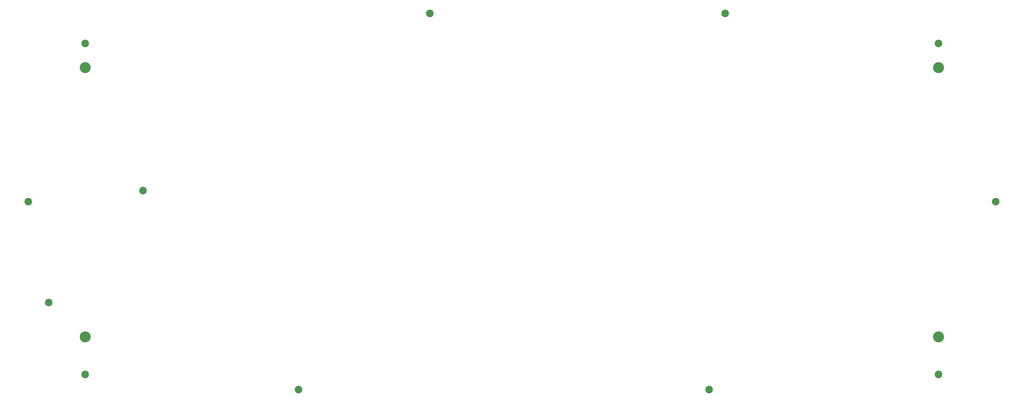
<source format=gts>
G04 #@! TF.GenerationSoftware,KiCad,Pcbnew,(6.0.6-0)*
G04 #@! TF.CreationDate,2023-02-10T21:58:15+09:00*
G04 #@! TF.ProjectId,bottom-plate,626f7474-6f6d-42d7-906c-6174652e6b69,rev?*
G04 #@! TF.SameCoordinates,Original*
G04 #@! TF.FileFunction,Soldermask,Top*
G04 #@! TF.FilePolarity,Negative*
%FSLAX46Y46*%
G04 Gerber Fmt 4.6, Leading zero omitted, Abs format (unit mm)*
G04 Created by KiCad (PCBNEW (6.0.6-0)) date 2023-02-10 21:58:15*
%MOMM*%
%LPD*%
G01*
G04 APERTURE LIST*
%ADD10C,2.200000*%
%ADD11C,3.200000*%
G04 APERTURE END LIST*
D10*
X21550000Y-76200000D03*
X138125000Y-21550000D03*
X100000000Y-130850000D03*
D11*
X285700000Y-37300000D03*
D10*
X302300000Y-76200000D03*
D11*
X285700000Y-115500000D03*
D10*
X27475000Y-105525000D03*
X38100000Y-30300000D03*
X285700000Y-126400000D03*
X54900000Y-73000000D03*
X38100000Y-126400000D03*
X285700000Y-30300000D03*
D11*
X38100000Y-115500000D03*
D10*
X223800000Y-21550000D03*
X219100000Y-130850000D03*
D11*
X38100000Y-37300000D03*
M02*

</source>
